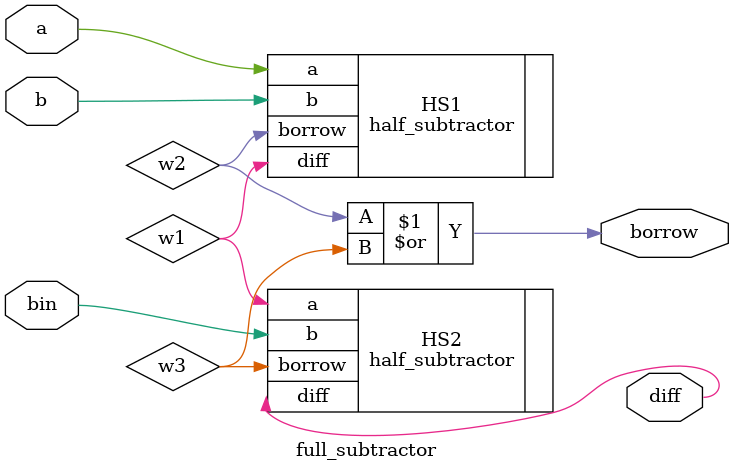
<source format=v>
module full_subtractor(a,
                       b,
                       bin,
                       diff,
                       borrow);

  // Step 1. Write down the directions for the ports	     
  input a,b,bin;
  output diff, borrow;

  // Step 2. Declare the internal wires    
  wire w1, w2, w3;

  // Step 3. Instantiate two Half-Adders
  half_subtractor HS1(.a(a), .b(b), .diff(w1), .borrow(w2));
  half_subtractor HS2(.a(w1), .b(bin), .diff(diff), .borrow(w3));

  // Step 4. Instantiate the OR gate
  or or1(borrow, w2, w3);

endmodule
</source>
